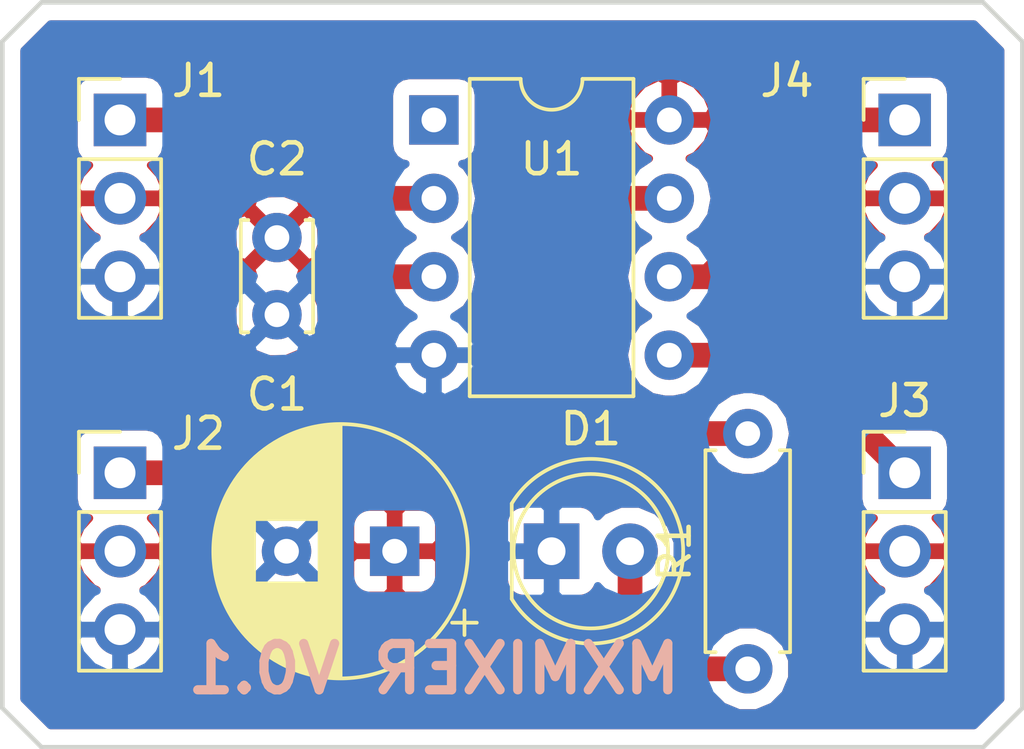
<source format=kicad_pcb>
(kicad_pcb (version 20171130) (host pcbnew 5.0.2-bee76a0~70~ubuntu18.04.1)

  (general
    (thickness 1.6)
    (drawings 9)
    (tracks 25)
    (zones 0)
    (modules 9)
    (nets 9)
  )

  (page A4)
  (layers
    (0 F.Cu signal)
    (31 B.Cu signal)
    (32 B.Adhes user hide)
    (33 F.Adhes user hide)
    (34 B.Paste user hide)
    (35 F.Paste user hide)
    (36 B.SilkS user)
    (37 F.SilkS user)
    (38 B.Mask user hide)
    (39 F.Mask user hide)
    (40 Dwgs.User user hide)
    (41 Cmts.User user hide)
    (42 Eco1.User user hide)
    (43 Eco2.User user hide)
    (44 Edge.Cuts user)
    (45 Margin user hide)
    (46 B.CrtYd user hide)
    (47 F.CrtYd user hide)
    (48 B.Fab user hide)
    (49 F.Fab user hide)
  )

  (setup
    (last_trace_width 0.8)
    (trace_clearance 0.2)
    (zone_clearance 0.508)
    (zone_45_only no)
    (trace_min 0.2)
    (segment_width 0.2)
    (edge_width 0.15)
    (via_size 0.8)
    (via_drill 0.4)
    (via_min_size 0.4)
    (via_min_drill 0.3)
    (uvia_size 0.3)
    (uvia_drill 0.1)
    (uvias_allowed no)
    (uvia_min_size 0.2)
    (uvia_min_drill 0.1)
    (pcb_text_width 0.3)
    (pcb_text_size 1.5 1.5)
    (mod_edge_width 0.15)
    (mod_text_size 1 1)
    (mod_text_width 0.15)
    (pad_size 1.524 1.524)
    (pad_drill 0.762)
    (pad_to_mask_clearance 0.051)
    (solder_mask_min_width 0.25)
    (aux_axis_origin 0 0)
    (visible_elements FFFFFF7F)
    (pcbplotparams
      (layerselection 0x010fc_ffffffff)
      (usegerberextensions false)
      (usegerberattributes false)
      (usegerberadvancedattributes false)
      (creategerberjobfile false)
      (excludeedgelayer true)
      (linewidth 0.100000)
      (plotframeref false)
      (viasonmask false)
      (mode 1)
      (useauxorigin false)
      (hpglpennumber 1)
      (hpglpenspeed 20)
      (hpglpendiameter 15.000000)
      (psnegative false)
      (psa4output false)
      (plotreference true)
      (plotvalue true)
      (plotinvisibletext false)
      (padsonsilk false)
      (subtractmaskfromsilk false)
      (outputformat 1)
      (mirror false)
      (drillshape 1)
      (scaleselection 1)
      (outputdirectory ""))
  )

  (net 0 "")
  (net 1 +5V)
  (net 2 GND)
  (net 3 "Net-(D1-Pad2)")
  (net 4 "Net-(J1-Pad1)")
  (net 5 "Net-(J2-Pad1)")
  (net 6 "Net-(J3-Pad1)")
  (net 7 "Net-(J4-Pad1)")
  (net 8 "Net-(R1-Pad2)")

  (net_class Default "This is the default net class."
    (clearance 0.2)
    (trace_width 0.8)
    (via_dia 0.8)
    (via_drill 0.4)
    (uvia_dia 0.3)
    (uvia_drill 0.1)
    (add_net +5V)
    (add_net GND)
    (add_net "Net-(D1-Pad2)")
    (add_net "Net-(J1-Pad1)")
    (add_net "Net-(J2-Pad1)")
    (add_net "Net-(J3-Pad1)")
    (add_net "Net-(J4-Pad1)")
    (add_net "Net-(R1-Pad2)")
  )

  (module Capacitor_THT:CP_Radial_D8.0mm_P3.50mm (layer F.Cu) (tedit 5AE50EF0) (tstamp 6137F1C7)
    (at 107.95 85.09 180)
    (descr "CP, Radial series, Radial, pin pitch=3.50mm, , diameter=8mm, Electrolytic Capacitor")
    (tags "CP Radial series Radial pin pitch 3.50mm  diameter 8mm Electrolytic Capacitor")
    (path /613689E6)
    (fp_text reference C1 (at 3.81 5.08 180) (layer F.SilkS)
      (effects (font (size 1 1) (thickness 0.15)))
    )
    (fp_text value CP1 (at 1.75 5.25 180) (layer F.Fab)
      (effects (font (size 1 1) (thickness 0.15)))
    )
    (fp_circle (center 1.75 0) (end 5.75 0) (layer F.Fab) (width 0.1))
    (fp_circle (center 1.75 0) (end 5.87 0) (layer F.SilkS) (width 0.12))
    (fp_circle (center 1.75 0) (end 6 0) (layer F.CrtYd) (width 0.05))
    (fp_line (start -1.676759 -1.7475) (end -0.876759 -1.7475) (layer F.Fab) (width 0.1))
    (fp_line (start -1.276759 -2.1475) (end -1.276759 -1.3475) (layer F.Fab) (width 0.1))
    (fp_line (start 1.75 -4.08) (end 1.75 4.08) (layer F.SilkS) (width 0.12))
    (fp_line (start 1.79 -4.08) (end 1.79 4.08) (layer F.SilkS) (width 0.12))
    (fp_line (start 1.83 -4.08) (end 1.83 4.08) (layer F.SilkS) (width 0.12))
    (fp_line (start 1.87 -4.079) (end 1.87 4.079) (layer F.SilkS) (width 0.12))
    (fp_line (start 1.91 -4.077) (end 1.91 4.077) (layer F.SilkS) (width 0.12))
    (fp_line (start 1.95 -4.076) (end 1.95 4.076) (layer F.SilkS) (width 0.12))
    (fp_line (start 1.99 -4.074) (end 1.99 4.074) (layer F.SilkS) (width 0.12))
    (fp_line (start 2.03 -4.071) (end 2.03 4.071) (layer F.SilkS) (width 0.12))
    (fp_line (start 2.07 -4.068) (end 2.07 4.068) (layer F.SilkS) (width 0.12))
    (fp_line (start 2.11 -4.065) (end 2.11 4.065) (layer F.SilkS) (width 0.12))
    (fp_line (start 2.15 -4.061) (end 2.15 4.061) (layer F.SilkS) (width 0.12))
    (fp_line (start 2.19 -4.057) (end 2.19 4.057) (layer F.SilkS) (width 0.12))
    (fp_line (start 2.23 -4.052) (end 2.23 4.052) (layer F.SilkS) (width 0.12))
    (fp_line (start 2.27 -4.048) (end 2.27 4.048) (layer F.SilkS) (width 0.12))
    (fp_line (start 2.31 -4.042) (end 2.31 4.042) (layer F.SilkS) (width 0.12))
    (fp_line (start 2.35 -4.037) (end 2.35 4.037) (layer F.SilkS) (width 0.12))
    (fp_line (start 2.39 -4.03) (end 2.39 4.03) (layer F.SilkS) (width 0.12))
    (fp_line (start 2.43 -4.024) (end 2.43 4.024) (layer F.SilkS) (width 0.12))
    (fp_line (start 2.471 -4.017) (end 2.471 -1.04) (layer F.SilkS) (width 0.12))
    (fp_line (start 2.471 1.04) (end 2.471 4.017) (layer F.SilkS) (width 0.12))
    (fp_line (start 2.511 -4.01) (end 2.511 -1.04) (layer F.SilkS) (width 0.12))
    (fp_line (start 2.511 1.04) (end 2.511 4.01) (layer F.SilkS) (width 0.12))
    (fp_line (start 2.551 -4.002) (end 2.551 -1.04) (layer F.SilkS) (width 0.12))
    (fp_line (start 2.551 1.04) (end 2.551 4.002) (layer F.SilkS) (width 0.12))
    (fp_line (start 2.591 -3.994) (end 2.591 -1.04) (layer F.SilkS) (width 0.12))
    (fp_line (start 2.591 1.04) (end 2.591 3.994) (layer F.SilkS) (width 0.12))
    (fp_line (start 2.631 -3.985) (end 2.631 -1.04) (layer F.SilkS) (width 0.12))
    (fp_line (start 2.631 1.04) (end 2.631 3.985) (layer F.SilkS) (width 0.12))
    (fp_line (start 2.671 -3.976) (end 2.671 -1.04) (layer F.SilkS) (width 0.12))
    (fp_line (start 2.671 1.04) (end 2.671 3.976) (layer F.SilkS) (width 0.12))
    (fp_line (start 2.711 -3.967) (end 2.711 -1.04) (layer F.SilkS) (width 0.12))
    (fp_line (start 2.711 1.04) (end 2.711 3.967) (layer F.SilkS) (width 0.12))
    (fp_line (start 2.751 -3.957) (end 2.751 -1.04) (layer F.SilkS) (width 0.12))
    (fp_line (start 2.751 1.04) (end 2.751 3.957) (layer F.SilkS) (width 0.12))
    (fp_line (start 2.791 -3.947) (end 2.791 -1.04) (layer F.SilkS) (width 0.12))
    (fp_line (start 2.791 1.04) (end 2.791 3.947) (layer F.SilkS) (width 0.12))
    (fp_line (start 2.831 -3.936) (end 2.831 -1.04) (layer F.SilkS) (width 0.12))
    (fp_line (start 2.831 1.04) (end 2.831 3.936) (layer F.SilkS) (width 0.12))
    (fp_line (start 2.871 -3.925) (end 2.871 -1.04) (layer F.SilkS) (width 0.12))
    (fp_line (start 2.871 1.04) (end 2.871 3.925) (layer F.SilkS) (width 0.12))
    (fp_line (start 2.911 -3.914) (end 2.911 -1.04) (layer F.SilkS) (width 0.12))
    (fp_line (start 2.911 1.04) (end 2.911 3.914) (layer F.SilkS) (width 0.12))
    (fp_line (start 2.951 -3.902) (end 2.951 -1.04) (layer F.SilkS) (width 0.12))
    (fp_line (start 2.951 1.04) (end 2.951 3.902) (layer F.SilkS) (width 0.12))
    (fp_line (start 2.991 -3.889) (end 2.991 -1.04) (layer F.SilkS) (width 0.12))
    (fp_line (start 2.991 1.04) (end 2.991 3.889) (layer F.SilkS) (width 0.12))
    (fp_line (start 3.031 -3.877) (end 3.031 -1.04) (layer F.SilkS) (width 0.12))
    (fp_line (start 3.031 1.04) (end 3.031 3.877) (layer F.SilkS) (width 0.12))
    (fp_line (start 3.071 -3.863) (end 3.071 -1.04) (layer F.SilkS) (width 0.12))
    (fp_line (start 3.071 1.04) (end 3.071 3.863) (layer F.SilkS) (width 0.12))
    (fp_line (start 3.111 -3.85) (end 3.111 -1.04) (layer F.SilkS) (width 0.12))
    (fp_line (start 3.111 1.04) (end 3.111 3.85) (layer F.SilkS) (width 0.12))
    (fp_line (start 3.151 -3.835) (end 3.151 -1.04) (layer F.SilkS) (width 0.12))
    (fp_line (start 3.151 1.04) (end 3.151 3.835) (layer F.SilkS) (width 0.12))
    (fp_line (start 3.191 -3.821) (end 3.191 -1.04) (layer F.SilkS) (width 0.12))
    (fp_line (start 3.191 1.04) (end 3.191 3.821) (layer F.SilkS) (width 0.12))
    (fp_line (start 3.231 -3.805) (end 3.231 -1.04) (layer F.SilkS) (width 0.12))
    (fp_line (start 3.231 1.04) (end 3.231 3.805) (layer F.SilkS) (width 0.12))
    (fp_line (start 3.271 -3.79) (end 3.271 -1.04) (layer F.SilkS) (width 0.12))
    (fp_line (start 3.271 1.04) (end 3.271 3.79) (layer F.SilkS) (width 0.12))
    (fp_line (start 3.311 -3.774) (end 3.311 -1.04) (layer F.SilkS) (width 0.12))
    (fp_line (start 3.311 1.04) (end 3.311 3.774) (layer F.SilkS) (width 0.12))
    (fp_line (start 3.351 -3.757) (end 3.351 -1.04) (layer F.SilkS) (width 0.12))
    (fp_line (start 3.351 1.04) (end 3.351 3.757) (layer F.SilkS) (width 0.12))
    (fp_line (start 3.391 -3.74) (end 3.391 -1.04) (layer F.SilkS) (width 0.12))
    (fp_line (start 3.391 1.04) (end 3.391 3.74) (layer F.SilkS) (width 0.12))
    (fp_line (start 3.431 -3.722) (end 3.431 -1.04) (layer F.SilkS) (width 0.12))
    (fp_line (start 3.431 1.04) (end 3.431 3.722) (layer F.SilkS) (width 0.12))
    (fp_line (start 3.471 -3.704) (end 3.471 -1.04) (layer F.SilkS) (width 0.12))
    (fp_line (start 3.471 1.04) (end 3.471 3.704) (layer F.SilkS) (width 0.12))
    (fp_line (start 3.511 -3.686) (end 3.511 -1.04) (layer F.SilkS) (width 0.12))
    (fp_line (start 3.511 1.04) (end 3.511 3.686) (layer F.SilkS) (width 0.12))
    (fp_line (start 3.551 -3.666) (end 3.551 -1.04) (layer F.SilkS) (width 0.12))
    (fp_line (start 3.551 1.04) (end 3.551 3.666) (layer F.SilkS) (width 0.12))
    (fp_line (start 3.591 -3.647) (end 3.591 -1.04) (layer F.SilkS) (width 0.12))
    (fp_line (start 3.591 1.04) (end 3.591 3.647) (layer F.SilkS) (width 0.12))
    (fp_line (start 3.631 -3.627) (end 3.631 -1.04) (layer F.SilkS) (width 0.12))
    (fp_line (start 3.631 1.04) (end 3.631 3.627) (layer F.SilkS) (width 0.12))
    (fp_line (start 3.671 -3.606) (end 3.671 -1.04) (layer F.SilkS) (width 0.12))
    (fp_line (start 3.671 1.04) (end 3.671 3.606) (layer F.SilkS) (width 0.12))
    (fp_line (start 3.711 -3.584) (end 3.711 -1.04) (layer F.SilkS) (width 0.12))
    (fp_line (start 3.711 1.04) (end 3.711 3.584) (layer F.SilkS) (width 0.12))
    (fp_line (start 3.751 -3.562) (end 3.751 -1.04) (layer F.SilkS) (width 0.12))
    (fp_line (start 3.751 1.04) (end 3.751 3.562) (layer F.SilkS) (width 0.12))
    (fp_line (start 3.791 -3.54) (end 3.791 -1.04) (layer F.SilkS) (width 0.12))
    (fp_line (start 3.791 1.04) (end 3.791 3.54) (layer F.SilkS) (width 0.12))
    (fp_line (start 3.831 -3.517) (end 3.831 -1.04) (layer F.SilkS) (width 0.12))
    (fp_line (start 3.831 1.04) (end 3.831 3.517) (layer F.SilkS) (width 0.12))
    (fp_line (start 3.871 -3.493) (end 3.871 -1.04) (layer F.SilkS) (width 0.12))
    (fp_line (start 3.871 1.04) (end 3.871 3.493) (layer F.SilkS) (width 0.12))
    (fp_line (start 3.911 -3.469) (end 3.911 -1.04) (layer F.SilkS) (width 0.12))
    (fp_line (start 3.911 1.04) (end 3.911 3.469) (layer F.SilkS) (width 0.12))
    (fp_line (start 3.951 -3.444) (end 3.951 -1.04) (layer F.SilkS) (width 0.12))
    (fp_line (start 3.951 1.04) (end 3.951 3.444) (layer F.SilkS) (width 0.12))
    (fp_line (start 3.991 -3.418) (end 3.991 -1.04) (layer F.SilkS) (width 0.12))
    (fp_line (start 3.991 1.04) (end 3.991 3.418) (layer F.SilkS) (width 0.12))
    (fp_line (start 4.031 -3.392) (end 4.031 -1.04) (layer F.SilkS) (width 0.12))
    (fp_line (start 4.031 1.04) (end 4.031 3.392) (layer F.SilkS) (width 0.12))
    (fp_line (start 4.071 -3.365) (end 4.071 -1.04) (layer F.SilkS) (width 0.12))
    (fp_line (start 4.071 1.04) (end 4.071 3.365) (layer F.SilkS) (width 0.12))
    (fp_line (start 4.111 -3.338) (end 4.111 -1.04) (layer F.SilkS) (width 0.12))
    (fp_line (start 4.111 1.04) (end 4.111 3.338) (layer F.SilkS) (width 0.12))
    (fp_line (start 4.151 -3.309) (end 4.151 -1.04) (layer F.SilkS) (width 0.12))
    (fp_line (start 4.151 1.04) (end 4.151 3.309) (layer F.SilkS) (width 0.12))
    (fp_line (start 4.191 -3.28) (end 4.191 -1.04) (layer F.SilkS) (width 0.12))
    (fp_line (start 4.191 1.04) (end 4.191 3.28) (layer F.SilkS) (width 0.12))
    (fp_line (start 4.231 -3.25) (end 4.231 -1.04) (layer F.SilkS) (width 0.12))
    (fp_line (start 4.231 1.04) (end 4.231 3.25) (layer F.SilkS) (width 0.12))
    (fp_line (start 4.271 -3.22) (end 4.271 -1.04) (layer F.SilkS) (width 0.12))
    (fp_line (start 4.271 1.04) (end 4.271 3.22) (layer F.SilkS) (width 0.12))
    (fp_line (start 4.311 -3.189) (end 4.311 -1.04) (layer F.SilkS) (width 0.12))
    (fp_line (start 4.311 1.04) (end 4.311 3.189) (layer F.SilkS) (width 0.12))
    (fp_line (start 4.351 -3.156) (end 4.351 -1.04) (layer F.SilkS) (width 0.12))
    (fp_line (start 4.351 1.04) (end 4.351 3.156) (layer F.SilkS) (width 0.12))
    (fp_line (start 4.391 -3.124) (end 4.391 -1.04) (layer F.SilkS) (width 0.12))
    (fp_line (start 4.391 1.04) (end 4.391 3.124) (layer F.SilkS) (width 0.12))
    (fp_line (start 4.431 -3.09) (end 4.431 -1.04) (layer F.SilkS) (width 0.12))
    (fp_line (start 4.431 1.04) (end 4.431 3.09) (layer F.SilkS) (width 0.12))
    (fp_line (start 4.471 -3.055) (end 4.471 -1.04) (layer F.SilkS) (width 0.12))
    (fp_line (start 4.471 1.04) (end 4.471 3.055) (layer F.SilkS) (width 0.12))
    (fp_line (start 4.511 -3.019) (end 4.511 -1.04) (layer F.SilkS) (width 0.12))
    (fp_line (start 4.511 1.04) (end 4.511 3.019) (layer F.SilkS) (width 0.12))
    (fp_line (start 4.551 -2.983) (end 4.551 2.983) (layer F.SilkS) (width 0.12))
    (fp_line (start 4.591 -2.945) (end 4.591 2.945) (layer F.SilkS) (width 0.12))
    (fp_line (start 4.631 -2.907) (end 4.631 2.907) (layer F.SilkS) (width 0.12))
    (fp_line (start 4.671 -2.867) (end 4.671 2.867) (layer F.SilkS) (width 0.12))
    (fp_line (start 4.711 -2.826) (end 4.711 2.826) (layer F.SilkS) (width 0.12))
    (fp_line (start 4.751 -2.784) (end 4.751 2.784) (layer F.SilkS) (width 0.12))
    (fp_line (start 4.791 -2.741) (end 4.791 2.741) (layer F.SilkS) (width 0.12))
    (fp_line (start 4.831 -2.697) (end 4.831 2.697) (layer F.SilkS) (width 0.12))
    (fp_line (start 4.871 -2.651) (end 4.871 2.651) (layer F.SilkS) (width 0.12))
    (fp_line (start 4.911 -2.604) (end 4.911 2.604) (layer F.SilkS) (width 0.12))
    (fp_line (start 4.951 -2.556) (end 4.951 2.556) (layer F.SilkS) (width 0.12))
    (fp_line (start 4.991 -2.505) (end 4.991 2.505) (layer F.SilkS) (width 0.12))
    (fp_line (start 5.031 -2.454) (end 5.031 2.454) (layer F.SilkS) (width 0.12))
    (fp_line (start 5.071 -2.4) (end 5.071 2.4) (layer F.SilkS) (width 0.12))
    (fp_line (start 5.111 -2.345) (end 5.111 2.345) (layer F.SilkS) (width 0.12))
    (fp_line (start 5.151 -2.287) (end 5.151 2.287) (layer F.SilkS) (width 0.12))
    (fp_line (start 5.191 -2.228) (end 5.191 2.228) (layer F.SilkS) (width 0.12))
    (fp_line (start 5.231 -2.166) (end 5.231 2.166) (layer F.SilkS) (width 0.12))
    (fp_line (start 5.271 -2.102) (end 5.271 2.102) (layer F.SilkS) (width 0.12))
    (fp_line (start 5.311 -2.034) (end 5.311 2.034) (layer F.SilkS) (width 0.12))
    (fp_line (start 5.351 -1.964) (end 5.351 1.964) (layer F.SilkS) (width 0.12))
    (fp_line (start 5.391 -1.89) (end 5.391 1.89) (layer F.SilkS) (width 0.12))
    (fp_line (start 5.431 -1.813) (end 5.431 1.813) (layer F.SilkS) (width 0.12))
    (fp_line (start 5.471 -1.731) (end 5.471 1.731) (layer F.SilkS) (width 0.12))
    (fp_line (start 5.511 -1.645) (end 5.511 1.645) (layer F.SilkS) (width 0.12))
    (fp_line (start 5.551 -1.552) (end 5.551 1.552) (layer F.SilkS) (width 0.12))
    (fp_line (start 5.591 -1.453) (end 5.591 1.453) (layer F.SilkS) (width 0.12))
    (fp_line (start 5.631 -1.346) (end 5.631 1.346) (layer F.SilkS) (width 0.12))
    (fp_line (start 5.671 -1.229) (end 5.671 1.229) (layer F.SilkS) (width 0.12))
    (fp_line (start 5.711 -1.098) (end 5.711 1.098) (layer F.SilkS) (width 0.12))
    (fp_line (start 5.751 -0.948) (end 5.751 0.948) (layer F.SilkS) (width 0.12))
    (fp_line (start 5.791 -0.768) (end 5.791 0.768) (layer F.SilkS) (width 0.12))
    (fp_line (start 5.831 -0.533) (end 5.831 0.533) (layer F.SilkS) (width 0.12))
    (fp_line (start -2.659698 -2.315) (end -1.859698 -2.315) (layer F.SilkS) (width 0.12))
    (fp_line (start -2.259698 -2.715) (end -2.259698 -1.915) (layer F.SilkS) (width 0.12))
    (fp_text user %R (at 1.75 0 180) (layer F.Fab)
      (effects (font (size 1 1) (thickness 0.15)))
    )
    (pad 1 thru_hole rect (at 0 0 180) (size 1.6 1.6) (drill 0.8) (layers *.Cu *.Mask)
      (net 1 +5V))
    (pad 2 thru_hole circle (at 3.5 0 180) (size 1.6 1.6) (drill 0.8) (layers *.Cu *.Mask)
      (net 2 GND))
    (model ${KISYS3DMOD}/Capacitor_THT.3dshapes/CP_Radial_D8.0mm_P3.50mm.wrl
      (at (xyz 0 0 0))
      (scale (xyz 1 1 1))
      (rotate (xyz 0 0 0))
    )
  )

  (module LED_THT:LED_D5.0mm (layer F.Cu) (tedit 5995936A) (tstamp 6137F1D9)
    (at 113.03 85.09)
    (descr "LED, diameter 5.0mm, 2 pins, http://cdn-reichelt.de/documents/datenblatt/A500/LL-504BC2E-009.pdf")
    (tags "LED diameter 5.0mm 2 pins")
    (path /613667AF)
    (fp_text reference D1 (at 1.27 -3.96) (layer F.SilkS)
      (effects (font (size 1 1) (thickness 0.15)))
    )
    (fp_text value LED (at 1.27 3.96) (layer F.Fab)
      (effects (font (size 1 1) (thickness 0.15)))
    )
    (fp_arc (start 1.27 0) (end -1.23 -1.469694) (angle 299.1) (layer F.Fab) (width 0.1))
    (fp_arc (start 1.27 0) (end -1.29 -1.54483) (angle 148.9) (layer F.SilkS) (width 0.12))
    (fp_arc (start 1.27 0) (end -1.29 1.54483) (angle -148.9) (layer F.SilkS) (width 0.12))
    (fp_circle (center 1.27 0) (end 3.77 0) (layer F.Fab) (width 0.1))
    (fp_circle (center 1.27 0) (end 3.77 0) (layer F.SilkS) (width 0.12))
    (fp_line (start -1.23 -1.469694) (end -1.23 1.469694) (layer F.Fab) (width 0.1))
    (fp_line (start -1.29 -1.545) (end -1.29 1.545) (layer F.SilkS) (width 0.12))
    (fp_line (start -1.95 -3.25) (end -1.95 3.25) (layer F.CrtYd) (width 0.05))
    (fp_line (start -1.95 3.25) (end 4.5 3.25) (layer F.CrtYd) (width 0.05))
    (fp_line (start 4.5 3.25) (end 4.5 -3.25) (layer F.CrtYd) (width 0.05))
    (fp_line (start 4.5 -3.25) (end -1.95 -3.25) (layer F.CrtYd) (width 0.05))
    (fp_text user %R (at 1.25 0) (layer F.Fab)
      (effects (font (size 0.8 0.8) (thickness 0.2)))
    )
    (pad 1 thru_hole rect (at 0 0) (size 1.8 1.8) (drill 0.9) (layers *.Cu *.Mask)
      (net 2 GND))
    (pad 2 thru_hole circle (at 2.54 0) (size 1.8 1.8) (drill 0.9) (layers *.Cu *.Mask)
      (net 3 "Net-(D1-Pad2)"))
    (model ${KISYS3DMOD}/LED_THT.3dshapes/LED_D5.0mm.wrl
      (at (xyz 0 0 0))
      (scale (xyz 1 1 1))
      (rotate (xyz 0 0 0))
    )
  )

  (module Connector_PinHeader_2.54mm:PinHeader_1x03_P2.54mm_Vertical (layer F.Cu) (tedit 59FED5CC) (tstamp 6137F822)
    (at 99.06 71.12)
    (descr "Through hole straight pin header, 1x03, 2.54mm pitch, single row")
    (tags "Through hole pin header THT 1x03 2.54mm single row")
    (path /61366086)
    (fp_text reference J1 (at 2.54 -1.27) (layer F.SilkS)
      (effects (font (size 1 1) (thickness 0.15)))
    )
    (fp_text value I_One (at 0 7.41) (layer F.Fab)
      (effects (font (size 1 1) (thickness 0.15)))
    )
    (fp_line (start -0.635 -1.27) (end 1.27 -1.27) (layer F.Fab) (width 0.1))
    (fp_line (start 1.27 -1.27) (end 1.27 6.35) (layer F.Fab) (width 0.1))
    (fp_line (start 1.27 6.35) (end -1.27 6.35) (layer F.Fab) (width 0.1))
    (fp_line (start -1.27 6.35) (end -1.27 -0.635) (layer F.Fab) (width 0.1))
    (fp_line (start -1.27 -0.635) (end -0.635 -1.27) (layer F.Fab) (width 0.1))
    (fp_line (start -1.33 6.41) (end 1.33 6.41) (layer F.SilkS) (width 0.12))
    (fp_line (start -1.33 1.27) (end -1.33 6.41) (layer F.SilkS) (width 0.12))
    (fp_line (start 1.33 1.27) (end 1.33 6.41) (layer F.SilkS) (width 0.12))
    (fp_line (start -1.33 1.27) (end 1.33 1.27) (layer F.SilkS) (width 0.12))
    (fp_line (start -1.33 0) (end -1.33 -1.33) (layer F.SilkS) (width 0.12))
    (fp_line (start -1.33 -1.33) (end 0 -1.33) (layer F.SilkS) (width 0.12))
    (fp_line (start -1.8 -1.8) (end -1.8 6.85) (layer F.CrtYd) (width 0.05))
    (fp_line (start -1.8 6.85) (end 1.8 6.85) (layer F.CrtYd) (width 0.05))
    (fp_line (start 1.8 6.85) (end 1.8 -1.8) (layer F.CrtYd) (width 0.05))
    (fp_line (start 1.8 -1.8) (end -1.8 -1.8) (layer F.CrtYd) (width 0.05))
    (fp_text user %R (at 0 2.54 90) (layer F.Fab)
      (effects (font (size 1 1) (thickness 0.15)))
    )
    (pad 1 thru_hole rect (at 0 0) (size 1.7 1.7) (drill 1) (layers *.Cu *.Mask)
      (net 4 "Net-(J1-Pad1)"))
    (pad 2 thru_hole oval (at 0 2.54) (size 1.7 1.7) (drill 1) (layers *.Cu *.Mask)
      (net 1 +5V))
    (pad 3 thru_hole oval (at 0 5.08) (size 1.7 1.7) (drill 1) (layers *.Cu *.Mask)
      (net 2 GND))
    (model ${KISYS3DMOD}/Connector_PinHeader_2.54mm.3dshapes/PinHeader_1x03_P2.54mm_Vertical.wrl
      (at (xyz 0 0 0))
      (scale (xyz 1 1 1))
      (rotate (xyz 0 0 0))
    )
  )

  (module Connector_PinHeader_2.54mm:PinHeader_1x03_P2.54mm_Vertical (layer F.Cu) (tedit 59FED5CC) (tstamp 6137F207)
    (at 99.06 82.55)
    (descr "Through hole straight pin header, 1x03, 2.54mm pitch, single row")
    (tags "Through hole pin header THT 1x03 2.54mm single row")
    (path /61366121)
    (fp_text reference J2 (at 2.54 -1.27) (layer F.SilkS)
      (effects (font (size 1 1) (thickness 0.15)))
    )
    (fp_text value I_Two (at 0 7.41) (layer F.Fab)
      (effects (font (size 1 1) (thickness 0.15)))
    )
    (fp_text user %R (at 0 2.54 90) (layer F.Fab)
      (effects (font (size 1 1) (thickness 0.15)))
    )
    (fp_line (start 1.8 -1.8) (end -1.8 -1.8) (layer F.CrtYd) (width 0.05))
    (fp_line (start 1.8 6.85) (end 1.8 -1.8) (layer F.CrtYd) (width 0.05))
    (fp_line (start -1.8 6.85) (end 1.8 6.85) (layer F.CrtYd) (width 0.05))
    (fp_line (start -1.8 -1.8) (end -1.8 6.85) (layer F.CrtYd) (width 0.05))
    (fp_line (start -1.33 -1.33) (end 0 -1.33) (layer F.SilkS) (width 0.12))
    (fp_line (start -1.33 0) (end -1.33 -1.33) (layer F.SilkS) (width 0.12))
    (fp_line (start -1.33 1.27) (end 1.33 1.27) (layer F.SilkS) (width 0.12))
    (fp_line (start 1.33 1.27) (end 1.33 6.41) (layer F.SilkS) (width 0.12))
    (fp_line (start -1.33 1.27) (end -1.33 6.41) (layer F.SilkS) (width 0.12))
    (fp_line (start -1.33 6.41) (end 1.33 6.41) (layer F.SilkS) (width 0.12))
    (fp_line (start -1.27 -0.635) (end -0.635 -1.27) (layer F.Fab) (width 0.1))
    (fp_line (start -1.27 6.35) (end -1.27 -0.635) (layer F.Fab) (width 0.1))
    (fp_line (start 1.27 6.35) (end -1.27 6.35) (layer F.Fab) (width 0.1))
    (fp_line (start 1.27 -1.27) (end 1.27 6.35) (layer F.Fab) (width 0.1))
    (fp_line (start -0.635 -1.27) (end 1.27 -1.27) (layer F.Fab) (width 0.1))
    (pad 3 thru_hole oval (at 0 5.08) (size 1.7 1.7) (drill 1) (layers *.Cu *.Mask)
      (net 2 GND))
    (pad 2 thru_hole oval (at 0 2.54) (size 1.7 1.7) (drill 1) (layers *.Cu *.Mask)
      (net 1 +5V))
    (pad 1 thru_hole rect (at 0 0) (size 1.7 1.7) (drill 1) (layers *.Cu *.Mask)
      (net 5 "Net-(J2-Pad1)"))
    (model ${KISYS3DMOD}/Connector_PinHeader_2.54mm.3dshapes/PinHeader_1x03_P2.54mm_Vertical.wrl
      (at (xyz 0 0 0))
      (scale (xyz 1 1 1))
      (rotate (xyz 0 0 0))
    )
  )

  (module Connector_PinHeader_2.54mm:PinHeader_1x03_P2.54mm_Vertical (layer F.Cu) (tedit 59FED5CC) (tstamp 6137F21E)
    (at 124.46 82.55)
    (descr "Through hole straight pin header, 1x03, 2.54mm pitch, single row")
    (tags "Through hole pin header THT 1x03 2.54mm single row")
    (path /61365FB0)
    (fp_text reference J3 (at 0 -2.33) (layer F.SilkS)
      (effects (font (size 1 1) (thickness 0.15)))
    )
    (fp_text value O_One (at 0 7.41) (layer F.Fab)
      (effects (font (size 1 1) (thickness 0.15)))
    )
    (fp_line (start -0.635 -1.27) (end 1.27 -1.27) (layer F.Fab) (width 0.1))
    (fp_line (start 1.27 -1.27) (end 1.27 6.35) (layer F.Fab) (width 0.1))
    (fp_line (start 1.27 6.35) (end -1.27 6.35) (layer F.Fab) (width 0.1))
    (fp_line (start -1.27 6.35) (end -1.27 -0.635) (layer F.Fab) (width 0.1))
    (fp_line (start -1.27 -0.635) (end -0.635 -1.27) (layer F.Fab) (width 0.1))
    (fp_line (start -1.33 6.41) (end 1.33 6.41) (layer F.SilkS) (width 0.12))
    (fp_line (start -1.33 1.27) (end -1.33 6.41) (layer F.SilkS) (width 0.12))
    (fp_line (start 1.33 1.27) (end 1.33 6.41) (layer F.SilkS) (width 0.12))
    (fp_line (start -1.33 1.27) (end 1.33 1.27) (layer F.SilkS) (width 0.12))
    (fp_line (start -1.33 0) (end -1.33 -1.33) (layer F.SilkS) (width 0.12))
    (fp_line (start -1.33 -1.33) (end 0 -1.33) (layer F.SilkS) (width 0.12))
    (fp_line (start -1.8 -1.8) (end -1.8 6.85) (layer F.CrtYd) (width 0.05))
    (fp_line (start -1.8 6.85) (end 1.8 6.85) (layer F.CrtYd) (width 0.05))
    (fp_line (start 1.8 6.85) (end 1.8 -1.8) (layer F.CrtYd) (width 0.05))
    (fp_line (start 1.8 -1.8) (end -1.8 -1.8) (layer F.CrtYd) (width 0.05))
    (fp_text user %R (at 0 2.54 90) (layer F.Fab)
      (effects (font (size 1 1) (thickness 0.15)))
    )
    (pad 1 thru_hole rect (at 0 0) (size 1.7 1.7) (drill 1) (layers *.Cu *.Mask)
      (net 6 "Net-(J3-Pad1)"))
    (pad 2 thru_hole oval (at 0 2.54) (size 1.7 1.7) (drill 1) (layers *.Cu *.Mask)
      (net 1 +5V))
    (pad 3 thru_hole oval (at 0 5.08) (size 1.7 1.7) (drill 1) (layers *.Cu *.Mask)
      (net 2 GND))
    (model ${KISYS3DMOD}/Connector_PinHeader_2.54mm.3dshapes/PinHeader_1x03_P2.54mm_Vertical.wrl
      (at (xyz 0 0 0))
      (scale (xyz 1 1 1))
      (rotate (xyz 0 0 0))
    )
  )

  (module Connector_PinHeader_2.54mm:PinHeader_1x03_P2.54mm_Vertical (layer F.Cu) (tedit 59FED5CC) (tstamp 6137F235)
    (at 124.46 71.12)
    (descr "Through hole straight pin header, 1x03, 2.54mm pitch, single row")
    (tags "Through hole pin header THT 1x03 2.54mm single row")
    (path /61366048)
    (fp_text reference J4 (at -3.81 -1.27) (layer F.SilkS)
      (effects (font (size 1 1) (thickness 0.15)))
    )
    (fp_text value O_Two (at 0 7.41) (layer F.Fab)
      (effects (font (size 1 1) (thickness 0.15)))
    )
    (fp_text user %R (at 0 2.54 90) (layer F.Fab)
      (effects (font (size 1 1) (thickness 0.15)))
    )
    (fp_line (start 1.8 -1.8) (end -1.8 -1.8) (layer F.CrtYd) (width 0.05))
    (fp_line (start 1.8 6.85) (end 1.8 -1.8) (layer F.CrtYd) (width 0.05))
    (fp_line (start -1.8 6.85) (end 1.8 6.85) (layer F.CrtYd) (width 0.05))
    (fp_line (start -1.8 -1.8) (end -1.8 6.85) (layer F.CrtYd) (width 0.05))
    (fp_line (start -1.33 -1.33) (end 0 -1.33) (layer F.SilkS) (width 0.12))
    (fp_line (start -1.33 0) (end -1.33 -1.33) (layer F.SilkS) (width 0.12))
    (fp_line (start -1.33 1.27) (end 1.33 1.27) (layer F.SilkS) (width 0.12))
    (fp_line (start 1.33 1.27) (end 1.33 6.41) (layer F.SilkS) (width 0.12))
    (fp_line (start -1.33 1.27) (end -1.33 6.41) (layer F.SilkS) (width 0.12))
    (fp_line (start -1.33 6.41) (end 1.33 6.41) (layer F.SilkS) (width 0.12))
    (fp_line (start -1.27 -0.635) (end -0.635 -1.27) (layer F.Fab) (width 0.1))
    (fp_line (start -1.27 6.35) (end -1.27 -0.635) (layer F.Fab) (width 0.1))
    (fp_line (start 1.27 6.35) (end -1.27 6.35) (layer F.Fab) (width 0.1))
    (fp_line (start 1.27 -1.27) (end 1.27 6.35) (layer F.Fab) (width 0.1))
    (fp_line (start -0.635 -1.27) (end 1.27 -1.27) (layer F.Fab) (width 0.1))
    (pad 3 thru_hole oval (at 0 5.08) (size 1.7 1.7) (drill 1) (layers *.Cu *.Mask)
      (net 2 GND))
    (pad 2 thru_hole oval (at 0 2.54) (size 1.7 1.7) (drill 1) (layers *.Cu *.Mask)
      (net 1 +5V))
    (pad 1 thru_hole rect (at 0 0) (size 1.7 1.7) (drill 1) (layers *.Cu *.Mask)
      (net 7 "Net-(J4-Pad1)"))
    (model ${KISYS3DMOD}/Connector_PinHeader_2.54mm.3dshapes/PinHeader_1x03_P2.54mm_Vertical.wrl
      (at (xyz 0 0 0))
      (scale (xyz 1 1 1))
      (rotate (xyz 0 0 0))
    )
  )

  (module Resistor_THT:R_Axial_DIN0207_L6.3mm_D2.5mm_P7.62mm_Horizontal (layer F.Cu) (tedit 5AE5139B) (tstamp 6137FC44)
    (at 119.38 88.9 90)
    (descr "Resistor, Axial_DIN0207 series, Axial, Horizontal, pin pitch=7.62mm, 0.25W = 1/4W, length*diameter=6.3*2.5mm^2, http://cdn-reichelt.de/documents/datenblatt/B400/1_4W%23YAG.pdf")
    (tags "Resistor Axial_DIN0207 series Axial Horizontal pin pitch 7.62mm 0.25W = 1/4W length 6.3mm diameter 2.5mm")
    (path /61366537)
    (fp_text reference R1 (at 3.81 -2.37 90) (layer F.SilkS)
      (effects (font (size 1 1) (thickness 0.15)))
    )
    (fp_text value R (at 3.81 2.37 90) (layer F.Fab)
      (effects (font (size 1 1) (thickness 0.15)))
    )
    (fp_line (start 0.66 -1.25) (end 0.66 1.25) (layer F.Fab) (width 0.1))
    (fp_line (start 0.66 1.25) (end 6.96 1.25) (layer F.Fab) (width 0.1))
    (fp_line (start 6.96 1.25) (end 6.96 -1.25) (layer F.Fab) (width 0.1))
    (fp_line (start 6.96 -1.25) (end 0.66 -1.25) (layer F.Fab) (width 0.1))
    (fp_line (start 0 0) (end 0.66 0) (layer F.Fab) (width 0.1))
    (fp_line (start 7.62 0) (end 6.96 0) (layer F.Fab) (width 0.1))
    (fp_line (start 0.54 -1.04) (end 0.54 -1.37) (layer F.SilkS) (width 0.12))
    (fp_line (start 0.54 -1.37) (end 7.08 -1.37) (layer F.SilkS) (width 0.12))
    (fp_line (start 7.08 -1.37) (end 7.08 -1.04) (layer F.SilkS) (width 0.12))
    (fp_line (start 0.54 1.04) (end 0.54 1.37) (layer F.SilkS) (width 0.12))
    (fp_line (start 0.54 1.37) (end 7.08 1.37) (layer F.SilkS) (width 0.12))
    (fp_line (start 7.08 1.37) (end 7.08 1.04) (layer F.SilkS) (width 0.12))
    (fp_line (start -1.05 -1.5) (end -1.05 1.5) (layer F.CrtYd) (width 0.05))
    (fp_line (start -1.05 1.5) (end 8.67 1.5) (layer F.CrtYd) (width 0.05))
    (fp_line (start 8.67 1.5) (end 8.67 -1.5) (layer F.CrtYd) (width 0.05))
    (fp_line (start 8.67 -1.5) (end -1.05 -1.5) (layer F.CrtYd) (width 0.05))
    (fp_text user %R (at 3.81 0 90) (layer F.Fab)
      (effects (font (size 1 1) (thickness 0.15)))
    )
    (pad 1 thru_hole circle (at 0 0 90) (size 1.6 1.6) (drill 0.8) (layers *.Cu *.Mask)
      (net 3 "Net-(D1-Pad2)"))
    (pad 2 thru_hole oval (at 7.62 0 90) (size 1.6 1.6) (drill 0.8) (layers *.Cu *.Mask)
      (net 8 "Net-(R1-Pad2)"))
    (model ${KISYS3DMOD}/Resistor_THT.3dshapes/R_Axial_DIN0207_L6.3mm_D2.5mm_P7.62mm_Horizontal.wrl
      (at (xyz 0 0 0))
      (scale (xyz 1 1 1))
      (rotate (xyz 0 0 0))
    )
  )

  (module Package_DIP:DIP-8_W7.62mm (layer F.Cu) (tedit 5A02E8C5) (tstamp 6137F268)
    (at 109.22 71.12)
    (descr "8-lead though-hole mounted DIP package, row spacing 7.62 mm (300 mils)")
    (tags "THT DIP DIL PDIP 2.54mm 7.62mm 300mil")
    (path /61365E9B)
    (fp_text reference U1 (at 3.81 1.27) (layer F.SilkS)
      (effects (font (size 1 1) (thickness 0.15)))
    )
    (fp_text value AT85 (at 3.81 9.95) (layer F.Fab)
      (effects (font (size 1 1) (thickness 0.15)))
    )
    (fp_arc (start 3.81 -1.33) (end 2.81 -1.33) (angle -180) (layer F.SilkS) (width 0.12))
    (fp_line (start 1.635 -1.27) (end 6.985 -1.27) (layer F.Fab) (width 0.1))
    (fp_line (start 6.985 -1.27) (end 6.985 8.89) (layer F.Fab) (width 0.1))
    (fp_line (start 6.985 8.89) (end 0.635 8.89) (layer F.Fab) (width 0.1))
    (fp_line (start 0.635 8.89) (end 0.635 -0.27) (layer F.Fab) (width 0.1))
    (fp_line (start 0.635 -0.27) (end 1.635 -1.27) (layer F.Fab) (width 0.1))
    (fp_line (start 2.81 -1.33) (end 1.16 -1.33) (layer F.SilkS) (width 0.12))
    (fp_line (start 1.16 -1.33) (end 1.16 8.95) (layer F.SilkS) (width 0.12))
    (fp_line (start 1.16 8.95) (end 6.46 8.95) (layer F.SilkS) (width 0.12))
    (fp_line (start 6.46 8.95) (end 6.46 -1.33) (layer F.SilkS) (width 0.12))
    (fp_line (start 6.46 -1.33) (end 4.81 -1.33) (layer F.SilkS) (width 0.12))
    (fp_line (start -1.1 -1.55) (end -1.1 9.15) (layer F.CrtYd) (width 0.05))
    (fp_line (start -1.1 9.15) (end 8.7 9.15) (layer F.CrtYd) (width 0.05))
    (fp_line (start 8.7 9.15) (end 8.7 -1.55) (layer F.CrtYd) (width 0.05))
    (fp_line (start 8.7 -1.55) (end -1.1 -1.55) (layer F.CrtYd) (width 0.05))
    (fp_text user %R (at 3.81 3.81) (layer F.Fab)
      (effects (font (size 1 1) (thickness 0.15)))
    )
    (pad 1 thru_hole rect (at 0 0) (size 1.6 1.6) (drill 0.8) (layers *.Cu *.Mask))
    (pad 5 thru_hole oval (at 7.62 7.62) (size 1.6 1.6) (drill 0.8) (layers *.Cu *.Mask)
      (net 6 "Net-(J3-Pad1)"))
    (pad 2 thru_hole oval (at 0 2.54) (size 1.6 1.6) (drill 0.8) (layers *.Cu *.Mask)
      (net 4 "Net-(J1-Pad1)"))
    (pad 6 thru_hole oval (at 7.62 5.08) (size 1.6 1.6) (drill 0.8) (layers *.Cu *.Mask)
      (net 7 "Net-(J4-Pad1)"))
    (pad 3 thru_hole oval (at 0 5.08) (size 1.6 1.6) (drill 0.8) (layers *.Cu *.Mask)
      (net 5 "Net-(J2-Pad1)"))
    (pad 7 thru_hole oval (at 7.62 2.54) (size 1.6 1.6) (drill 0.8) (layers *.Cu *.Mask)
      (net 8 "Net-(R1-Pad2)"))
    (pad 4 thru_hole oval (at 0 7.62) (size 1.6 1.6) (drill 0.8) (layers *.Cu *.Mask)
      (net 2 GND))
    (pad 8 thru_hole oval (at 7.62 0) (size 1.6 1.6) (drill 0.8) (layers *.Cu *.Mask)
      (net 1 +5V))
    (model ${KISYS3DMOD}/Package_DIP.3dshapes/DIP-8_W7.62mm.wrl
      (at (xyz 0 0 0))
      (scale (xyz 1 1 1))
      (rotate (xyz 0 0 0))
    )
  )

  (module Capacitor_THT:C_Disc_D3.4mm_W2.1mm_P2.50mm (layer F.Cu) (tedit 5AE50EF0) (tstamp 61380496)
    (at 104.14 74.93 270)
    (descr "C, Disc series, Radial, pin pitch=2.50mm, , diameter*width=3.4*2.1mm^2, Capacitor, http://www.vishay.com/docs/45233/krseries.pdf")
    (tags "C Disc series Radial pin pitch 2.50mm  diameter 3.4mm width 2.1mm Capacitor")
    (path /6136CA36)
    (fp_text reference C2 (at -2.54 0) (layer F.SilkS)
      (effects (font (size 1 1) (thickness 0.15)))
    )
    (fp_text value C (at 1.25 2.3 270) (layer F.Fab)
      (effects (font (size 1 1) (thickness 0.15)))
    )
    (fp_line (start -0.45 -1.05) (end -0.45 1.05) (layer F.Fab) (width 0.1))
    (fp_line (start -0.45 1.05) (end 2.95 1.05) (layer F.Fab) (width 0.1))
    (fp_line (start 2.95 1.05) (end 2.95 -1.05) (layer F.Fab) (width 0.1))
    (fp_line (start 2.95 -1.05) (end -0.45 -1.05) (layer F.Fab) (width 0.1))
    (fp_line (start -0.57 -1.17) (end 3.07 -1.17) (layer F.SilkS) (width 0.12))
    (fp_line (start -0.57 1.17) (end 3.07 1.17) (layer F.SilkS) (width 0.12))
    (fp_line (start -0.57 -1.17) (end -0.57 -0.925) (layer F.SilkS) (width 0.12))
    (fp_line (start -0.57 0.925) (end -0.57 1.17) (layer F.SilkS) (width 0.12))
    (fp_line (start 3.07 -1.17) (end 3.07 -0.925) (layer F.SilkS) (width 0.12))
    (fp_line (start 3.07 0.925) (end 3.07 1.17) (layer F.SilkS) (width 0.12))
    (fp_line (start -1.05 -1.3) (end -1.05 1.3) (layer F.CrtYd) (width 0.05))
    (fp_line (start -1.05 1.3) (end 3.55 1.3) (layer F.CrtYd) (width 0.05))
    (fp_line (start 3.55 1.3) (end 3.55 -1.3) (layer F.CrtYd) (width 0.05))
    (fp_line (start 3.55 -1.3) (end -1.05 -1.3) (layer F.CrtYd) (width 0.05))
    (fp_text user %R (at 1.25 0 270) (layer F.Fab)
      (effects (font (size 0.68 0.68) (thickness 0.102)))
    )
    (pad 1 thru_hole circle (at 0 0 270) (size 1.6 1.6) (drill 0.8) (layers *.Cu *.Mask)
      (net 1 +5V))
    (pad 2 thru_hole circle (at 2.5 0 270) (size 1.6 1.6) (drill 0.8) (layers *.Cu *.Mask)
      (net 2 GND))
    (model ${KISYS3DMOD}/Capacitor_THT.3dshapes/C_Disc_D3.4mm_W2.1mm_P2.50mm.wrl
      (at (xyz 0 0 0))
      (scale (xyz 1 1 1))
      (rotate (xyz 0 0 0))
    )
  )

  (gr_text "MXMIXER V0.1" (at 109.22 88.9) (layer B.SilkS)
    (effects (font (size 1.5 1.5) (thickness 0.3)) (justify mirror))
  )
  (gr_line (start 95.25 68.58) (end 96.52 67.31) (layer Edge.Cuts) (width 0.15))
  (gr_line (start 95.25 90.17) (end 95.25 68.58) (layer Edge.Cuts) (width 0.15))
  (gr_line (start 96.52 91.44) (end 95.25 90.17) (layer Edge.Cuts) (width 0.15))
  (gr_line (start 127 91.44) (end 96.52 91.44) (layer Edge.Cuts) (width 0.15))
  (gr_line (start 128.27 90.17) (end 127 91.44) (layer Edge.Cuts) (width 0.15))
  (gr_line (start 128.27 68.58) (end 128.27 90.17) (layer Edge.Cuts) (width 0.15))
  (gr_line (start 127 67.31) (end 128.27 68.58) (layer Edge.Cuts) (width 0.15))
  (gr_line (start 96.52 67.31) (end 127 67.31) (layer Edge.Cuts) (width 0.15))

  (segment (start 119.38 88.9) (end 116.84 88.9) (width 0.8) (layer F.Cu) (net 3))
  (segment (start 116.84 88.9) (end 115.57 87.63) (width 0.8) (layer F.Cu) (net 3))
  (segment (start 115.57 87.63) (end 115.57 85.09) (width 0.8) (layer F.Cu) (net 3))
  (segment (start 99.06 71.12) (end 105.41 71.12) (width 0.8) (layer F.Cu) (net 4))
  (segment (start 105.41 71.12) (end 106.68 72.39) (width 0.8) (layer F.Cu) (net 4))
  (segment (start 106.68 72.39) (end 106.68 73.66) (width 0.8) (layer F.Cu) (net 4))
  (segment (start 106.68 73.66) (end 109.22 73.66) (width 0.8) (layer F.Cu) (net 4))
  (segment (start 100.71 82.55) (end 103.25 80.01) (width 0.8) (layer F.Cu) (net 5))
  (segment (start 99.06 82.55) (end 100.71 82.55) (width 0.8) (layer F.Cu) (net 5))
  (segment (start 103.25 80.01) (end 105.41 80.01) (width 0.8) (layer F.Cu) (net 5))
  (segment (start 105.41 80.01) (end 106.68 78.74) (width 0.8) (layer F.Cu) (net 5))
  (segment (start 106.68 78.74) (end 106.68 76.2) (width 0.8) (layer F.Cu) (net 5))
  (segment (start 106.68 76.2) (end 109.22 76.2) (width 0.8) (layer F.Cu) (net 5))
  (segment (start 116.84 78.74) (end 120.65 78.74) (width 0.8) (layer F.Cu) (net 6))
  (segment (start 120.65 78.74) (end 124.46 82.55) (width 0.8) (layer F.Cu) (net 6))
  (segment (start 116.84 76.2) (end 118.11 76.2) (width 0.8) (layer F.Cu) (net 7))
  (segment (start 118.11 76.2) (end 119.38 74.93) (width 0.8) (layer F.Cu) (net 7))
  (segment (start 119.38 74.93) (end 119.38 72.39) (width 0.8) (layer F.Cu) (net 7))
  (segment (start 119.38 72.39) (end 120.65 71.12) (width 0.8) (layer F.Cu) (net 7))
  (segment (start 120.65 71.12) (end 124.46 71.12) (width 0.8) (layer F.Cu) (net 7))
  (segment (start 115.57 73.66) (end 116.84 73.66) (width 0.8) (layer F.Cu) (net 8))
  (segment (start 114.3 74.93) (end 115.57 73.66) (width 0.8) (layer F.Cu) (net 8))
  (segment (start 114.3 80.01) (end 114.3 74.93) (width 0.8) (layer F.Cu) (net 8))
  (segment (start 119.38 81.28) (end 115.57 81.28) (width 0.8) (layer F.Cu) (net 8))
  (segment (start 115.57 81.28) (end 114.3 80.01) (width 0.8) (layer F.Cu) (net 8))

  (zone (net 1) (net_name +5V) (layer F.Cu) (tstamp 0) (hatch edge 0.508)
    (connect_pads (clearance 0.508))
    (min_thickness 0.254)
    (fill yes (arc_segments 16) (thermal_gap 0.508) (thermal_bridge_width 0.508))
    (polygon
      (pts
        (xy 95.25 68.58) (xy 96.52 67.31) (xy 127 67.31) (xy 128.27 68.58) (xy 128.27 90.17)
        (xy 127 91.44) (xy 96.52 91.44) (xy 95.25 90.17)
      )
    )
    (filled_polygon
      (pts
        (xy 127.56 68.874091) (xy 127.560001 89.875908) (xy 126.70591 90.73) (xy 96.814091 90.73) (xy 95.96 89.87591)
        (xy 95.96 87.63) (xy 97.545908 87.63) (xy 97.661161 88.209418) (xy 97.989375 88.700625) (xy 98.480582 89.028839)
        (xy 98.913744 89.115) (xy 99.206256 89.115) (xy 99.639418 89.028839) (xy 100.130625 88.700625) (xy 100.458839 88.209418)
        (xy 100.574092 87.63) (xy 100.458839 87.050582) (xy 100.130625 86.559375) (xy 99.811522 86.346157) (xy 99.941358 86.285183)
        (xy 100.331645 85.856924) (xy 100.501476 85.44689) (xy 100.380155 85.217) (xy 99.187 85.217) (xy 99.187 85.237)
        (xy 98.933 85.237) (xy 98.933 85.217) (xy 97.739845 85.217) (xy 97.618524 85.44689) (xy 97.788355 85.856924)
        (xy 98.178642 86.285183) (xy 98.308478 86.346157) (xy 97.989375 86.559375) (xy 97.661161 87.050582) (xy 97.545908 87.63)
        (xy 95.96 87.63) (xy 95.96 76.2) (xy 97.545908 76.2) (xy 97.661161 76.779418) (xy 97.989375 77.270625)
        (xy 98.480582 77.598839) (xy 98.913744 77.685) (xy 99.206256 77.685) (xy 99.639418 77.598839) (xy 100.130625 77.270625)
        (xy 100.214858 77.144561) (xy 102.705 77.144561) (xy 102.705 77.715439) (xy 102.923466 78.242862) (xy 103.327138 78.646534)
        (xy 103.854561 78.865) (xy 104.425439 78.865) (xy 104.952862 78.646534) (xy 105.356534 78.242862) (xy 105.575 77.715439)
        (xy 105.575 77.144561) (xy 105.356534 76.617138) (xy 104.952862 76.213466) (xy 104.887701 76.186475) (xy 104.894005 76.183864)
        (xy 104.968139 75.937745) (xy 104.14 75.109605) (xy 103.311861 75.937745) (xy 103.385995 76.183864) (xy 103.392746 76.18629)
        (xy 103.327138 76.213466) (xy 102.923466 76.617138) (xy 102.705 77.144561) (xy 100.214858 77.144561) (xy 100.458839 76.779418)
        (xy 100.574092 76.2) (xy 100.458839 75.620582) (xy 100.130625 75.129375) (xy 99.811522 74.916157) (xy 99.941358 74.855183)
        (xy 100.07073 74.713223) (xy 102.693035 74.713223) (xy 102.720222 75.283454) (xy 102.886136 75.684005) (xy 103.132255 75.758139)
        (xy 103.960395 74.93) (xy 104.319605 74.93) (xy 105.147745 75.758139) (xy 105.393864 75.684005) (xy 105.586965 75.146777)
        (xy 105.559778 74.576546) (xy 105.393864 74.175995) (xy 105.147745 74.101861) (xy 104.319605 74.93) (xy 103.960395 74.93)
        (xy 103.132255 74.101861) (xy 102.886136 74.175995) (xy 102.693035 74.713223) (xy 100.07073 74.713223) (xy 100.331645 74.426924)
        (xy 100.501476 74.01689) (xy 100.451534 73.922255) (xy 103.311861 73.922255) (xy 104.14 74.750395) (xy 104.968139 73.922255)
        (xy 104.894005 73.676136) (xy 104.356777 73.483035) (xy 103.786546 73.510222) (xy 103.385995 73.676136) (xy 103.311861 73.922255)
        (xy 100.451534 73.922255) (xy 100.380155 73.787) (xy 99.187 73.787) (xy 99.187 73.807) (xy 98.933 73.807)
        (xy 98.933 73.787) (xy 97.739845 73.787) (xy 97.618524 74.01689) (xy 97.788355 74.426924) (xy 98.178642 74.855183)
        (xy 98.308478 74.916157) (xy 97.989375 75.129375) (xy 97.661161 75.620582) (xy 97.545908 76.2) (xy 95.96 76.2)
        (xy 95.96 70.27) (xy 97.56256 70.27) (xy 97.56256 71.97) (xy 97.611843 72.217765) (xy 97.752191 72.427809)
        (xy 97.962235 72.568157) (xy 98.065708 72.588739) (xy 97.788355 72.893076) (xy 97.618524 73.30311) (xy 97.739845 73.533)
        (xy 98.933 73.533) (xy 98.933 73.513) (xy 99.187 73.513) (xy 99.187 73.533) (xy 100.380155 73.533)
        (xy 100.501476 73.30311) (xy 100.331645 72.893076) (xy 100.054292 72.588739) (xy 100.157765 72.568157) (xy 100.367809 72.427809)
        (xy 100.508157 72.217765) (xy 100.520642 72.155) (xy 104.98129 72.155) (xy 105.645 72.818711) (xy 105.645001 73.558061)
        (xy 105.624724 73.66) (xy 105.705052 74.063837) (xy 105.933807 74.406193) (xy 106.276163 74.634948) (xy 106.578065 74.695)
        (xy 106.578066 74.695) (xy 106.68 74.715276) (xy 106.781935 74.695) (xy 108.186056 74.695) (xy 108.537758 74.93)
        (xy 108.186056 75.165) (xy 106.781935 75.165) (xy 106.68 75.144724) (xy 106.578066 75.165) (xy 106.578065 75.165)
        (xy 106.276163 75.225052) (xy 105.933807 75.453807) (xy 105.705052 75.796163) (xy 105.624724 76.2) (xy 105.645001 76.301939)
        (xy 105.645 78.311289) (xy 104.98129 78.975) (xy 103.351929 78.975) (xy 103.249999 78.954725) (xy 103.14807 78.975)
        (xy 103.148065 78.975) (xy 102.846163 79.035052) (xy 102.503807 79.263807) (xy 102.446065 79.350224) (xy 100.442427 81.353863)
        (xy 100.367809 81.242191) (xy 100.157765 81.101843) (xy 99.91 81.05256) (xy 98.21 81.05256) (xy 97.962235 81.101843)
        (xy 97.752191 81.242191) (xy 97.611843 81.452235) (xy 97.56256 81.7) (xy 97.56256 83.4) (xy 97.611843 83.647765)
        (xy 97.752191 83.857809) (xy 97.962235 83.998157) (xy 98.065708 84.018739) (xy 97.788355 84.323076) (xy 97.618524 84.73311)
        (xy 97.739845 84.963) (xy 98.933 84.963) (xy 98.933 84.943) (xy 99.187 84.943) (xy 99.187 84.963)
        (xy 100.380155 84.963) (xy 100.463768 84.804561) (xy 103.015 84.804561) (xy 103.015 85.375439) (xy 103.233466 85.902862)
        (xy 103.637138 86.306534) (xy 104.164561 86.525) (xy 104.735439 86.525) (xy 105.262862 86.306534) (xy 105.666534 85.902862)
        (xy 105.884871 85.37575) (xy 106.515 85.37575) (xy 106.515 86.01631) (xy 106.611673 86.249699) (xy 106.790302 86.428327)
        (xy 107.023691 86.525) (xy 107.66425 86.525) (xy 107.823 86.36625) (xy 107.823 85.217) (xy 108.077 85.217)
        (xy 108.077 86.36625) (xy 108.23575 86.525) (xy 108.876309 86.525) (xy 109.109698 86.428327) (xy 109.288327 86.249699)
        (xy 109.385 86.01631) (xy 109.385 85.37575) (xy 109.22625 85.217) (xy 108.077 85.217) (xy 107.823 85.217)
        (xy 106.67375 85.217) (xy 106.515 85.37575) (xy 105.884871 85.37575) (xy 105.885 85.375439) (xy 105.885 84.804561)
        (xy 105.666534 84.277138) (xy 105.553086 84.16369) (xy 106.515 84.16369) (xy 106.515 84.80425) (xy 106.67375 84.963)
        (xy 107.823 84.963) (xy 107.823 83.81375) (xy 108.077 83.81375) (xy 108.077 84.963) (xy 109.22625 84.963)
        (xy 109.385 84.80425) (xy 109.385 84.19) (xy 111.48256 84.19) (xy 111.48256 85.99) (xy 111.531843 86.237765)
        (xy 111.672191 86.447809) (xy 111.882235 86.588157) (xy 112.13 86.63744) (xy 113.93 86.63744) (xy 114.177765 86.588157)
        (xy 114.387809 86.447809) (xy 114.528157 86.237765) (xy 114.531275 86.222092) (xy 114.535001 86.225818) (xy 114.535 87.528065)
        (xy 114.514724 87.63) (xy 114.535 87.731934) (xy 114.595052 88.033836) (xy 114.823807 88.376193) (xy 114.910227 88.433937)
        (xy 116.036065 89.559776) (xy 116.093807 89.646193) (xy 116.436163 89.874948) (xy 116.839999 89.955276) (xy 116.941934 89.935)
        (xy 118.385604 89.935) (xy 118.567138 90.116534) (xy 119.094561 90.335) (xy 119.665439 90.335) (xy 120.192862 90.116534)
        (xy 120.596534 89.712862) (xy 120.815 89.185439) (xy 120.815 88.614561) (xy 120.596534 88.087138) (xy 120.192862 87.683466)
        (xy 120.063784 87.63) (xy 122.945908 87.63) (xy 123.061161 88.209418) (xy 123.389375 88.700625) (xy 123.880582 89.028839)
        (xy 124.313744 89.115) (xy 124.606256 89.115) (xy 125.039418 89.028839) (xy 125.530625 88.700625) (xy 125.858839 88.209418)
        (xy 125.974092 87.63) (xy 125.858839 87.050582) (xy 125.530625 86.559375) (xy 125.211522 86.346157) (xy 125.341358 86.285183)
        (xy 125.731645 85.856924) (xy 125.901476 85.44689) (xy 125.780155 85.217) (xy 124.587 85.217) (xy 124.587 85.237)
        (xy 124.333 85.237) (xy 124.333 85.217) (xy 123.139845 85.217) (xy 123.018524 85.44689) (xy 123.188355 85.856924)
        (xy 123.578642 86.285183) (xy 123.708478 86.346157) (xy 123.389375 86.559375) (xy 123.061161 87.050582) (xy 122.945908 87.63)
        (xy 120.063784 87.63) (xy 119.665439 87.465) (xy 119.094561 87.465) (xy 118.567138 87.683466) (xy 118.385604 87.865)
        (xy 117.268711 87.865) (xy 116.605 87.20129) (xy 116.605 86.225817) (xy 116.87131 85.959507) (xy 117.105 85.39533)
        (xy 117.105 84.78467) (xy 116.87131 84.220493) (xy 116.439507 83.78869) (xy 115.87533 83.555) (xy 115.26467 83.555)
        (xy 114.700493 83.78869) (xy 114.531275 83.957908) (xy 114.528157 83.942235) (xy 114.387809 83.732191) (xy 114.177765 83.591843)
        (xy 113.93 83.54256) (xy 112.13 83.54256) (xy 111.882235 83.591843) (xy 111.672191 83.732191) (xy 111.531843 83.942235)
        (xy 111.48256 84.19) (xy 109.385 84.19) (xy 109.385 84.16369) (xy 109.288327 83.930301) (xy 109.109698 83.751673)
        (xy 108.876309 83.655) (xy 108.23575 83.655) (xy 108.077 83.81375) (xy 107.823 83.81375) (xy 107.66425 83.655)
        (xy 107.023691 83.655) (xy 106.790302 83.751673) (xy 106.611673 83.930301) (xy 106.515 84.16369) (xy 105.553086 84.16369)
        (xy 105.262862 83.873466) (xy 104.735439 83.655) (xy 104.164561 83.655) (xy 103.637138 83.873466) (xy 103.233466 84.277138)
        (xy 103.015 84.804561) (xy 100.463768 84.804561) (xy 100.501476 84.73311) (xy 100.331645 84.323076) (xy 100.054292 84.018739)
        (xy 100.157765 83.998157) (xy 100.367809 83.857809) (xy 100.508157 83.647765) (xy 100.520642 83.585) (xy 100.608066 83.585)
        (xy 100.71 83.605276) (xy 100.811934 83.585) (xy 100.811935 83.585) (xy 101.113837 83.524948) (xy 101.456193 83.296193)
        (xy 101.513937 83.209773) (xy 103.678711 81.045) (xy 105.308066 81.045) (xy 105.41 81.065276) (xy 105.511934 81.045)
        (xy 105.511935 81.045) (xy 105.813837 80.984948) (xy 106.156193 80.756193) (xy 106.213937 80.669773) (xy 107.339776 79.543935)
        (xy 107.426193 79.486193) (xy 107.654948 79.143837) (xy 107.715 78.841935) (xy 107.715 78.841934) (xy 107.735276 78.740001)
        (xy 107.715 78.638066) (xy 107.715 77.235) (xy 108.186056 77.235) (xy 108.537758 77.47) (xy 108.185423 77.705423)
        (xy 107.86826 78.180091) (xy 107.756887 78.74) (xy 107.86826 79.299909) (xy 108.185423 79.774577) (xy 108.660091 80.09174)
        (xy 109.078667 80.175) (xy 109.361333 80.175) (xy 109.779909 80.09174) (xy 110.254577 79.774577) (xy 110.57174 79.299909)
        (xy 110.683113 78.74) (xy 110.57174 78.180091) (xy 110.254577 77.705423) (xy 109.902242 77.47) (xy 110.254577 77.234577)
        (xy 110.57174 76.759909) (xy 110.683113 76.2) (xy 110.57174 75.640091) (xy 110.254577 75.165423) (xy 109.902242 74.93)
        (xy 113.244724 74.93) (xy 113.265001 75.031939) (xy 113.265 79.908066) (xy 113.244724 80.01) (xy 113.265 80.111934)
        (xy 113.325052 80.413836) (xy 113.553807 80.756193) (xy 113.640227 80.813937) (xy 114.766065 81.939776) (xy 114.823807 82.026193)
        (xy 115.166163 82.254948) (xy 115.569999 82.335276) (xy 115.671934 82.315) (xy 118.346056 82.315) (xy 118.820091 82.63174)
        (xy 119.238667 82.715) (xy 119.521333 82.715) (xy 119.939909 82.63174) (xy 120.414577 82.314577) (xy 120.73174 81.839909)
        (xy 120.843113 81.28) (xy 120.73174 80.720091) (xy 120.414577 80.245423) (xy 119.939909 79.92826) (xy 119.521333 79.845)
        (xy 119.238667 79.845) (xy 118.820091 79.92826) (xy 118.346056 80.245) (xy 115.998711 80.245) (xy 115.335 79.58129)
        (xy 115.335 75.35871) (xy 115.921544 74.772167) (xy 116.157758 74.93) (xy 115.805423 75.165423) (xy 115.48826 75.640091)
        (xy 115.376887 76.2) (xy 115.48826 76.759909) (xy 115.805423 77.234577) (xy 116.157758 77.47) (xy 115.805423 77.705423)
        (xy 115.48826 78.180091) (xy 115.376887 78.74) (xy 115.48826 79.299909) (xy 115.805423 79.774577) (xy 116.280091 80.09174)
        (xy 116.698667 80.175) (xy 116.981333 80.175) (xy 117.399909 80.09174) (xy 117.873944 79.775) (xy 120.22129 79.775)
        (xy 122.96256 82.516271) (xy 122.96256 83.4) (xy 123.011843 83.647765) (xy 123.152191 83.857809) (xy 123.362235 83.998157)
        (xy 123.465708 84.018739) (xy 123.188355 84.323076) (xy 123.018524 84.73311) (xy 123.139845 84.963) (xy 124.333 84.963)
        (xy 124.333 84.943) (xy 124.587 84.943) (xy 124.587 84.963) (xy 125.780155 84.963) (xy 125.901476 84.73311)
        (xy 125.731645 84.323076) (xy 125.454292 84.018739) (xy 125.557765 83.998157) (xy 125.767809 83.857809) (xy 125.908157 83.647765)
        (xy 125.95744 83.4) (xy 125.95744 81.7) (xy 125.908157 81.452235) (xy 125.767809 81.242191) (xy 125.557765 81.101843)
        (xy 125.31 81.05256) (xy 124.426271 81.05256) (xy 121.453937 78.080227) (xy 121.396193 77.993807) (xy 121.053837 77.765052)
        (xy 120.751935 77.705) (xy 120.751934 77.705) (xy 120.65 77.684724) (xy 120.548066 77.705) (xy 117.873944 77.705)
        (xy 117.522242 77.47) (xy 117.873944 77.235) (xy 118.008066 77.235) (xy 118.11 77.255276) (xy 118.211934 77.235)
        (xy 118.211935 77.235) (xy 118.513837 77.174948) (xy 118.856193 76.946193) (xy 118.913937 76.859773) (xy 119.57371 76.2)
        (xy 122.945908 76.2) (xy 123.061161 76.779418) (xy 123.389375 77.270625) (xy 123.880582 77.598839) (xy 124.313744 77.685)
        (xy 124.606256 77.685) (xy 125.039418 77.598839) (xy 125.530625 77.270625) (xy 125.858839 76.779418) (xy 125.974092 76.2)
        (xy 125.858839 75.620582) (xy 125.530625 75.129375) (xy 125.211522 74.916157) (xy 125.341358 74.855183) (xy 125.731645 74.426924)
        (xy 125.901476 74.01689) (xy 125.780155 73.787) (xy 124.587 73.787) (xy 124.587 73.807) (xy 124.333 73.807)
        (xy 124.333 73.787) (xy 123.139845 73.787) (xy 123.018524 74.01689) (xy 123.188355 74.426924) (xy 123.578642 74.855183)
        (xy 123.708478 74.916157) (xy 123.389375 75.129375) (xy 123.061161 75.620582) (xy 122.945908 76.2) (xy 119.57371 76.2)
        (xy 120.039777 75.733934) (xy 120.126193 75.676193) (xy 120.354948 75.333837) (xy 120.395618 75.129375) (xy 120.435276 74.930001)
        (xy 120.415 74.828065) (xy 120.415 72.81871) (xy 121.078711 72.155) (xy 122.999358 72.155) (xy 123.011843 72.217765)
        (xy 123.152191 72.427809) (xy 123.362235 72.568157) (xy 123.465708 72.588739) (xy 123.188355 72.893076) (xy 123.018524 73.30311)
        (xy 123.139845 73.533) (xy 124.333 73.533) (xy 124.333 73.513) (xy 124.587 73.513) (xy 124.587 73.533)
        (xy 125.780155 73.533) (xy 125.901476 73.30311) (xy 125.731645 72.893076) (xy 125.454292 72.588739) (xy 125.557765 72.568157)
        (xy 125.767809 72.427809) (xy 125.908157 72.217765) (xy 125.95744 71.97) (xy 125.95744 70.27) (xy 125.908157 70.022235)
        (xy 125.767809 69.812191) (xy 125.557765 69.671843) (xy 125.31 69.62256) (xy 123.61 69.62256) (xy 123.362235 69.671843)
        (xy 123.152191 69.812191) (xy 123.011843 70.022235) (xy 122.999358 70.085) (xy 120.751934 70.085) (xy 120.649999 70.064724)
        (xy 120.548065 70.085) (xy 120.246163 70.145052) (xy 119.903807 70.373807) (xy 119.846065 70.460224) (xy 118.720225 71.586065)
        (xy 118.633808 71.643807) (xy 118.576067 71.730223) (xy 118.576066 71.730224) (xy 118.405052 71.986164) (xy 118.324724 72.39)
        (xy 118.345001 72.491939) (xy 118.345 74.501289) (xy 117.758456 75.087834) (xy 117.522242 74.93) (xy 117.874577 74.694577)
        (xy 118.19174 74.219909) (xy 118.303113 73.66) (xy 118.19174 73.100091) (xy 117.874577 72.625423) (xy 117.490892 72.369053)
        (xy 117.695134 72.272389) (xy 118.071041 71.857423) (xy 118.231904 71.469039) (xy 118.109915 71.247) (xy 116.967 71.247)
        (xy 116.967 71.267) (xy 116.713 71.267) (xy 116.713 71.247) (xy 115.570085 71.247) (xy 115.448096 71.469039)
        (xy 115.608959 71.857423) (xy 115.984866 72.272389) (xy 116.189108 72.369053) (xy 115.806056 72.625) (xy 115.671934 72.625)
        (xy 115.569999 72.604724) (xy 115.468065 72.625) (xy 115.166163 72.685052) (xy 114.823807 72.913807) (xy 114.766065 73.000224)
        (xy 113.640225 74.126065) (xy 113.553808 74.183807) (xy 113.496066 74.270224) (xy 113.325052 74.526164) (xy 113.244724 74.93)
        (xy 109.902242 74.93) (xy 110.254577 74.694577) (xy 110.57174 74.219909) (xy 110.683113 73.66) (xy 110.57174 73.100091)
        (xy 110.254577 72.625423) (xy 110.133894 72.544785) (xy 110.267765 72.518157) (xy 110.477809 72.377809) (xy 110.618157 72.167765)
        (xy 110.66744 71.92) (xy 110.66744 70.770961) (xy 115.448096 70.770961) (xy 115.570085 70.993) (xy 116.713 70.993)
        (xy 116.713 69.849371) (xy 116.967 69.849371) (xy 116.967 70.993) (xy 118.109915 70.993) (xy 118.231904 70.770961)
        (xy 118.071041 70.382577) (xy 117.695134 69.967611) (xy 117.189041 69.728086) (xy 116.967 69.849371) (xy 116.713 69.849371)
        (xy 116.490959 69.728086) (xy 115.984866 69.967611) (xy 115.608959 70.382577) (xy 115.448096 70.770961) (xy 110.66744 70.770961)
        (xy 110.66744 70.32) (xy 110.618157 70.072235) (xy 110.477809 69.862191) (xy 110.267765 69.721843) (xy 110.02 69.67256)
        (xy 108.42 69.67256) (xy 108.172235 69.721843) (xy 107.962191 69.862191) (xy 107.821843 70.072235) (xy 107.77256 70.32)
        (xy 107.77256 71.92) (xy 107.821843 72.167765) (xy 107.962191 72.377809) (xy 108.172235 72.518157) (xy 108.306106 72.544785)
        (xy 108.186056 72.625) (xy 107.715 72.625) (xy 107.715 72.491934) (xy 107.735276 72.389999) (xy 107.654948 71.986163)
        (xy 107.610739 71.92) (xy 107.426193 71.643807) (xy 107.339776 71.586065) (xy 106.213937 70.460227) (xy 106.156193 70.373807)
        (xy 105.813837 70.145052) (xy 105.511935 70.085) (xy 105.511934 70.085) (xy 105.41 70.064724) (xy 105.308066 70.085)
        (xy 100.520642 70.085) (xy 100.508157 70.022235) (xy 100.367809 69.812191) (xy 100.157765 69.671843) (xy 99.91 69.62256)
        (xy 98.21 69.62256) (xy 97.962235 69.671843) (xy 97.752191 69.812191) (xy 97.611843 70.022235) (xy 97.56256 70.27)
        (xy 95.96 70.27) (xy 95.96 68.87409) (xy 96.814091 68.02) (xy 126.70591 68.02)
      )
    )
  )
  (zone (net 2) (net_name GND) (layer B.Cu) (tstamp 0) (hatch edge 0.508)
    (connect_pads (clearance 0.508))
    (min_thickness 0.254)
    (fill yes (arc_segments 16) (thermal_gap 0.508) (thermal_bridge_width 0.508))
    (polygon
      (pts
        (xy 95.25 68.58) (xy 96.52 67.31) (xy 127 67.31) (xy 128.27 68.58) (xy 128.27 90.17)
        (xy 127 91.44) (xy 96.52 91.44) (xy 95.25 90.17)
      )
    )
    (filled_polygon
      (pts
        (xy 127.56 68.874091) (xy 127.560001 89.875908) (xy 126.70591 90.73) (xy 96.814091 90.73) (xy 95.96 89.87591)
        (xy 95.96 87.98689) (xy 97.618524 87.98689) (xy 97.788355 88.396924) (xy 98.178642 88.825183) (xy 98.703108 89.071486)
        (xy 98.933 88.950819) (xy 98.933 87.757) (xy 99.187 87.757) (xy 99.187 88.950819) (xy 99.416892 89.071486)
        (xy 99.941358 88.825183) (xy 100.133304 88.614561) (xy 117.945 88.614561) (xy 117.945 89.185439) (xy 118.163466 89.712862)
        (xy 118.567138 90.116534) (xy 119.094561 90.335) (xy 119.665439 90.335) (xy 120.192862 90.116534) (xy 120.596534 89.712862)
        (xy 120.815 89.185439) (xy 120.815 88.614561) (xy 120.596534 88.087138) (xy 120.496286 87.98689) (xy 123.018524 87.98689)
        (xy 123.188355 88.396924) (xy 123.578642 88.825183) (xy 124.103108 89.071486) (xy 124.333 88.950819) (xy 124.333 87.757)
        (xy 124.587 87.757) (xy 124.587 88.950819) (xy 124.816892 89.071486) (xy 125.341358 88.825183) (xy 125.731645 88.396924)
        (xy 125.901476 87.98689) (xy 125.780155 87.757) (xy 124.587 87.757) (xy 124.333 87.757) (xy 123.139845 87.757)
        (xy 123.018524 87.98689) (xy 120.496286 87.98689) (xy 120.192862 87.683466) (xy 119.665439 87.465) (xy 119.094561 87.465)
        (xy 118.567138 87.683466) (xy 118.163466 88.087138) (xy 117.945 88.614561) (xy 100.133304 88.614561) (xy 100.331645 88.396924)
        (xy 100.501476 87.98689) (xy 100.380155 87.757) (xy 99.187 87.757) (xy 98.933 87.757) (xy 97.739845 87.757)
        (xy 97.618524 87.98689) (xy 95.96 87.98689) (xy 95.96 85.09) (xy 97.545908 85.09) (xy 97.661161 85.669418)
        (xy 97.989375 86.160625) (xy 98.308478 86.373843) (xy 98.178642 86.434817) (xy 97.788355 86.863076) (xy 97.618524 87.27311)
        (xy 97.739845 87.503) (xy 98.933 87.503) (xy 98.933 87.483) (xy 99.187 87.483) (xy 99.187 87.503)
        (xy 100.380155 87.503) (xy 100.501476 87.27311) (xy 100.331645 86.863076) (xy 99.941358 86.434817) (xy 99.811522 86.373843)
        (xy 100.130625 86.160625) (xy 100.17264 86.097745) (xy 103.621861 86.097745) (xy 103.695995 86.343864) (xy 104.233223 86.536965)
        (xy 104.803454 86.509778) (xy 105.204005 86.343864) (xy 105.278139 86.097745) (xy 104.45 85.269605) (xy 103.621861 86.097745)
        (xy 100.17264 86.097745) (xy 100.458839 85.669418) (xy 100.574092 85.09) (xy 100.530973 84.873223) (xy 103.003035 84.873223)
        (xy 103.030222 85.443454) (xy 103.196136 85.844005) (xy 103.442255 85.918139) (xy 104.270395 85.09) (xy 104.629605 85.09)
        (xy 105.457745 85.918139) (xy 105.703864 85.844005) (xy 105.896965 85.306777) (xy 105.869778 84.736546) (xy 105.703864 84.335995)
        (xy 105.551165 84.29) (xy 106.50256 84.29) (xy 106.50256 85.89) (xy 106.551843 86.137765) (xy 106.692191 86.347809)
        (xy 106.902235 86.488157) (xy 107.15 86.53744) (xy 108.75 86.53744) (xy 108.997765 86.488157) (xy 109.207809 86.347809)
        (xy 109.348157 86.137765) (xy 109.39744 85.89) (xy 109.39744 85.37575) (xy 111.495 85.37575) (xy 111.495 86.11631)
        (xy 111.591673 86.349699) (xy 111.770302 86.528327) (xy 112.003691 86.625) (xy 112.74425 86.625) (xy 112.903 86.46625)
        (xy 112.903 85.217) (xy 111.65375 85.217) (xy 111.495 85.37575) (xy 109.39744 85.37575) (xy 109.39744 84.29)
        (xy 109.352425 84.06369) (xy 111.495 84.06369) (xy 111.495 84.80425) (xy 111.65375 84.963) (xy 112.903 84.963)
        (xy 112.903 83.71375) (xy 113.157 83.71375) (xy 113.157 84.963) (xy 113.177 84.963) (xy 113.177 85.217)
        (xy 113.157 85.217) (xy 113.157 86.46625) (xy 113.31575 86.625) (xy 114.056309 86.625) (xy 114.289698 86.528327)
        (xy 114.468327 86.349699) (xy 114.524139 86.214956) (xy 114.700493 86.39131) (xy 115.26467 86.625) (xy 115.87533 86.625)
        (xy 116.439507 86.39131) (xy 116.87131 85.959507) (xy 117.105 85.39533) (xy 117.105 85.09) (xy 122.945908 85.09)
        (xy 123.061161 85.669418) (xy 123.389375 86.160625) (xy 123.708478 86.373843) (xy 123.578642 86.434817) (xy 123.188355 86.863076)
        (xy 123.018524 87.27311) (xy 123.139845 87.503) (xy 124.333 87.503) (xy 124.333 87.483) (xy 124.587 87.483)
        (xy 124.587 87.503) (xy 125.780155 87.503) (xy 125.901476 87.27311) (xy 125.731645 86.863076) (xy 125.341358 86.434817)
        (xy 125.211522 86.373843) (xy 125.530625 86.160625) (xy 125.858839 85.669418) (xy 125.974092 85.09) (xy 125.858839 84.510582)
        (xy 125.530625 84.019375) (xy 125.512381 84.007184) (xy 125.557765 83.998157) (xy 125.767809 83.857809) (xy 125.908157 83.647765)
        (xy 125.95744 83.4) (xy 125.95744 81.7) (xy 125.908157 81.452235) (xy 125.767809 81.242191) (xy 125.557765 81.101843)
        (xy 125.31 81.05256) (xy 123.61 81.05256) (xy 123.362235 81.101843) (xy 123.152191 81.242191) (xy 123.011843 81.452235)
        (xy 122.96256 81.7) (xy 122.96256 83.4) (xy 123.011843 83.647765) (xy 123.152191 83.857809) (xy 123.362235 83.998157)
        (xy 123.407619 84.007184) (xy 123.389375 84.019375) (xy 123.061161 84.510582) (xy 122.945908 85.09) (xy 117.105 85.09)
        (xy 117.105 84.78467) (xy 116.87131 84.220493) (xy 116.439507 83.78869) (xy 115.87533 83.555) (xy 115.26467 83.555)
        (xy 114.700493 83.78869) (xy 114.524139 83.965044) (xy 114.468327 83.830301) (xy 114.289698 83.651673) (xy 114.056309 83.555)
        (xy 113.31575 83.555) (xy 113.157 83.71375) (xy 112.903 83.71375) (xy 112.74425 83.555) (xy 112.003691 83.555)
        (xy 111.770302 83.651673) (xy 111.591673 83.830301) (xy 111.495 84.06369) (xy 109.352425 84.06369) (xy 109.348157 84.042235)
        (xy 109.207809 83.832191) (xy 108.997765 83.691843) (xy 108.75 83.64256) (xy 107.15 83.64256) (xy 106.902235 83.691843)
        (xy 106.692191 83.832191) (xy 106.551843 84.042235) (xy 106.50256 84.29) (xy 105.551165 84.29) (xy 105.457745 84.261861)
        (xy 104.629605 85.09) (xy 104.270395 85.09) (xy 103.442255 84.261861) (xy 103.196136 84.335995) (xy 103.003035 84.873223)
        (xy 100.530973 84.873223) (xy 100.458839 84.510582) (xy 100.172641 84.082255) (xy 103.621861 84.082255) (xy 104.45 84.910395)
        (xy 105.278139 84.082255) (xy 105.204005 83.836136) (xy 104.666777 83.643035) (xy 104.096546 83.670222) (xy 103.695995 83.836136)
        (xy 103.621861 84.082255) (xy 100.172641 84.082255) (xy 100.130625 84.019375) (xy 100.112381 84.007184) (xy 100.157765 83.998157)
        (xy 100.367809 83.857809) (xy 100.508157 83.647765) (xy 100.55744 83.4) (xy 100.55744 81.7) (xy 100.508157 81.452235)
        (xy 100.393073 81.28) (xy 117.916887 81.28) (xy 118.02826 81.839909) (xy 118.345423 82.314577) (xy 118.820091 82.63174)
        (xy 119.238667 82.715) (xy 119.521333 82.715) (xy 119.939909 82.63174) (xy 120.414577 82.314577) (xy 120.73174 81.839909)
        (xy 120.843113 81.28) (xy 120.73174 80.720091) (xy 120.414577 80.245423) (xy 119.939909 79.92826) (xy 119.521333 79.845)
        (xy 119.238667 79.845) (xy 118.820091 79.92826) (xy 118.345423 80.245423) (xy 118.02826 80.720091) (xy 117.916887 81.28)
        (xy 100.393073 81.28) (xy 100.367809 81.242191) (xy 100.157765 81.101843) (xy 99.91 81.05256) (xy 98.21 81.05256)
        (xy 97.962235 81.101843) (xy 97.752191 81.242191) (xy 97.611843 81.452235) (xy 97.56256 81.7) (xy 97.56256 83.4)
        (xy 97.611843 83.647765) (xy 97.752191 83.857809) (xy 97.962235 83.998157) (xy 98.007619 84.007184) (xy 97.989375 84.019375)
        (xy 97.661161 84.510582) (xy 97.545908 85.09) (xy 95.96 85.09) (xy 95.96 79.089039) (xy 107.828096 79.089039)
        (xy 107.988959 79.477423) (xy 108.364866 79.892389) (xy 108.870959 80.131914) (xy 109.093 80.010629) (xy 109.093 78.867)
        (xy 109.347 78.867) (xy 109.347 80.010629) (xy 109.569041 80.131914) (xy 110.075134 79.892389) (xy 110.451041 79.477423)
        (xy 110.611904 79.089039) (xy 110.489915 78.867) (xy 109.347 78.867) (xy 109.093 78.867) (xy 107.950085 78.867)
        (xy 107.828096 79.089039) (xy 95.96 79.089039) (xy 95.96 78.437745) (xy 103.311861 78.437745) (xy 103.385995 78.683864)
        (xy 103.923223 78.876965) (xy 104.493454 78.849778) (xy 104.894005 78.683864) (xy 104.968139 78.437745) (xy 104.14 77.609605)
        (xy 103.311861 78.437745) (xy 95.96 78.437745) (xy 95.96 76.55689) (xy 97.618524 76.55689) (xy 97.788355 76.966924)
        (xy 98.178642 77.395183) (xy 98.703108 77.641486) (xy 98.933 77.520819) (xy 98.933 76.327) (xy 99.187 76.327)
        (xy 99.187 77.520819) (xy 99.416892 77.641486) (xy 99.941358 77.395183) (xy 100.107184 77.213223) (xy 102.693035 77.213223)
        (xy 102.720222 77.783454) (xy 102.886136 78.184005) (xy 103.132255 78.258139) (xy 103.960395 77.43) (xy 104.319605 77.43)
        (xy 105.147745 78.258139) (xy 105.393864 78.184005) (xy 105.586965 77.646777) (xy 105.559778 77.076546) (xy 105.393864 76.675995)
        (xy 105.147745 76.601861) (xy 104.319605 77.43) (xy 103.960395 77.43) (xy 103.132255 76.601861) (xy 102.886136 76.675995)
        (xy 102.693035 77.213223) (xy 100.107184 77.213223) (xy 100.331645 76.966924) (xy 100.501476 76.55689) (xy 100.380155 76.327)
        (xy 99.187 76.327) (xy 98.933 76.327) (xy 97.739845 76.327) (xy 97.618524 76.55689) (xy 95.96 76.55689)
        (xy 95.96 73.66) (xy 97.545908 73.66) (xy 97.661161 74.239418) (xy 97.989375 74.730625) (xy 98.308478 74.943843)
        (xy 98.178642 75.004817) (xy 97.788355 75.433076) (xy 97.618524 75.84311) (xy 97.739845 76.073) (xy 98.933 76.073)
        (xy 98.933 76.053) (xy 99.187 76.053) (xy 99.187 76.073) (xy 100.380155 76.073) (xy 100.501476 75.84311)
        (xy 100.331645 75.433076) (xy 99.941358 75.004817) (xy 99.811522 74.943843) (xy 100.130625 74.730625) (xy 100.188131 74.644561)
        (xy 102.705 74.644561) (xy 102.705 75.215439) (xy 102.923466 75.742862) (xy 103.327138 76.146534) (xy 103.392299 76.173525)
        (xy 103.385995 76.176136) (xy 103.311861 76.422255) (xy 104.14 77.250395) (xy 104.968139 76.422255) (xy 104.894005 76.176136)
        (xy 104.887254 76.17371) (xy 104.952862 76.146534) (xy 105.356534 75.742862) (xy 105.575 75.215439) (xy 105.575 74.644561)
        (xy 105.356534 74.117138) (xy 104.952862 73.713466) (xy 104.823784 73.66) (xy 107.756887 73.66) (xy 107.86826 74.219909)
        (xy 108.185423 74.694577) (xy 108.537758 74.93) (xy 108.185423 75.165423) (xy 107.86826 75.640091) (xy 107.756887 76.2)
        (xy 107.86826 76.759909) (xy 108.185423 77.234577) (xy 108.569108 77.490947) (xy 108.364866 77.587611) (xy 107.988959 78.002577)
        (xy 107.828096 78.390961) (xy 107.950085 78.613) (xy 109.093 78.613) (xy 109.093 78.593) (xy 109.347 78.593)
        (xy 109.347 78.613) (xy 110.489915 78.613) (xy 110.611904 78.390961) (xy 110.451041 78.002577) (xy 110.075134 77.587611)
        (xy 109.870892 77.490947) (xy 110.254577 77.234577) (xy 110.57174 76.759909) (xy 110.683113 76.2) (xy 110.57174 75.640091)
        (xy 110.254577 75.165423) (xy 109.902242 74.93) (xy 110.254577 74.694577) (xy 110.57174 74.219909) (xy 110.683113 73.66)
        (xy 110.57174 73.100091) (xy 110.254577 72.625423) (xy 110.133894 72.544785) (xy 110.267765 72.518157) (xy 110.477809 72.377809)
        (xy 110.618157 72.167765) (xy 110.66744 71.92) (xy 110.66744 71.12) (xy 115.376887 71.12) (xy 115.48826 71.679909)
        (xy 115.805423 72.154577) (xy 116.157758 72.39) (xy 115.805423 72.625423) (xy 115.48826 73.100091) (xy 115.376887 73.66)
        (xy 115.48826 74.219909) (xy 115.805423 74.694577) (xy 116.157758 74.93) (xy 115.805423 75.165423) (xy 115.48826 75.640091)
        (xy 115.376887 76.2) (xy 115.48826 76.759909) (xy 115.805423 77.234577) (xy 116.157758 77.47) (xy 115.805423 77.705423)
        (xy 115.48826 78.180091) (xy 115.376887 78.74) (xy 115.48826 79.299909) (xy 115.805423 79.774577) (xy 116.280091 80.09174)
        (xy 116.698667 80.175) (xy 116.981333 80.175) (xy 117.399909 80.09174) (xy 117.874577 79.774577) (xy 118.19174 79.299909)
        (xy 118.303113 78.74) (xy 118.19174 78.180091) (xy 117.874577 77.705423) (xy 117.522242 77.47) (xy 117.874577 77.234577)
        (xy 118.19174 76.759909) (xy 118.232123 76.55689) (xy 123.018524 76.55689) (xy 123.188355 76.966924) (xy 123.578642 77.395183)
        (xy 124.103108 77.641486) (xy 124.333 77.520819) (xy 124.333 76.327) (xy 124.587 76.327) (xy 124.587 77.520819)
        (xy 124.816892 77.641486) (xy 125.341358 77.395183) (xy 125.731645 76.966924) (xy 125.901476 76.55689) (xy 125.780155 76.327)
        (xy 124.587 76.327) (xy 124.333 76.327) (xy 123.139845 76.327) (xy 123.018524 76.55689) (xy 118.232123 76.55689)
        (xy 118.303113 76.2) (xy 118.19174 75.640091) (xy 117.874577 75.165423) (xy 117.522242 74.93) (xy 117.874577 74.694577)
        (xy 118.19174 74.219909) (xy 118.303113 73.66) (xy 122.945908 73.66) (xy 123.061161 74.239418) (xy 123.389375 74.730625)
        (xy 123.708478 74.943843) (xy 123.578642 75.004817) (xy 123.188355 75.433076) (xy 123.018524 75.84311) (xy 123.139845 76.073)
        (xy 124.333 76.073) (xy 124.333 76.053) (xy 124.587 76.053) (xy 124.587 76.073) (xy 125.780155 76.073)
        (xy 125.901476 75.84311) (xy 125.731645 75.433076) (xy 125.341358 75.004817) (xy 125.211522 74.943843) (xy 125.530625 74.730625)
        (xy 125.858839 74.239418) (xy 125.974092 73.66) (xy 125.858839 73.080582) (xy 125.530625 72.589375) (xy 125.512381 72.577184)
        (xy 125.557765 72.568157) (xy 125.767809 72.427809) (xy 125.908157 72.217765) (xy 125.95744 71.97) (xy 125.95744 70.27)
        (xy 125.908157 70.022235) (xy 125.767809 69.812191) (xy 125.557765 69.671843) (xy 125.31 69.62256) (xy 123.61 69.62256)
        (xy 123.362235 69.671843) (xy 123.152191 69.812191) (xy 123.011843 70.022235) (xy 122.96256 70.27) (xy 122.96256 71.97)
        (xy 123.011843 72.217765) (xy 123.152191 72.427809) (xy 123.362235 72.568157) (xy 123.407619 72.577184) (xy 123.389375 72.589375)
        (xy 123.061161 73.080582) (xy 122.945908 73.66) (xy 118.303113 73.66) (xy 118.19174 73.100091) (xy 117.874577 72.625423)
        (xy 117.522242 72.39) (xy 117.874577 72.154577) (xy 118.19174 71.679909) (xy 118.303113 71.12) (xy 118.19174 70.560091)
        (xy 117.874577 70.085423) (xy 117.399909 69.76826) (xy 116.981333 69.685) (xy 116.698667 69.685) (xy 116.280091 69.76826)
        (xy 115.805423 70.085423) (xy 115.48826 70.560091) (xy 115.376887 71.12) (xy 110.66744 71.12) (xy 110.66744 70.32)
        (xy 110.618157 70.072235) (xy 110.477809 69.862191) (xy 110.267765 69.721843) (xy 110.02 69.67256) (xy 108.42 69.67256)
        (xy 108.172235 69.721843) (xy 107.962191 69.862191) (xy 107.821843 70.072235) (xy 107.77256 70.32) (xy 107.77256 71.92)
        (xy 107.821843 72.167765) (xy 107.962191 72.377809) (xy 108.172235 72.518157) (xy 108.306106 72.544785) (xy 108.185423 72.625423)
        (xy 107.86826 73.100091) (xy 107.756887 73.66) (xy 104.823784 73.66) (xy 104.425439 73.495) (xy 103.854561 73.495)
        (xy 103.327138 73.713466) (xy 102.923466 74.117138) (xy 102.705 74.644561) (xy 100.188131 74.644561) (xy 100.458839 74.239418)
        (xy 100.574092 73.66) (xy 100.458839 73.080582) (xy 100.130625 72.589375) (xy 100.112381 72.577184) (xy 100.157765 72.568157)
        (xy 100.367809 72.427809) (xy 100.508157 72.217765) (xy 100.55744 71.97) (xy 100.55744 70.27) (xy 100.508157 70.022235)
        (xy 100.367809 69.812191) (xy 100.157765 69.671843) (xy 99.91 69.62256) (xy 98.21 69.62256) (xy 97.962235 69.671843)
        (xy 97.752191 69.812191) (xy 97.611843 70.022235) (xy 97.56256 70.27) (xy 97.56256 71.97) (xy 97.611843 72.217765)
        (xy 97.752191 72.427809) (xy 97.962235 72.568157) (xy 98.007619 72.577184) (xy 97.989375 72.589375) (xy 97.661161 73.080582)
        (xy 97.545908 73.66) (xy 95.96 73.66) (xy 95.96 68.87409) (xy 96.814091 68.02) (xy 126.70591 68.02)
      )
    )
  )
)

</source>
